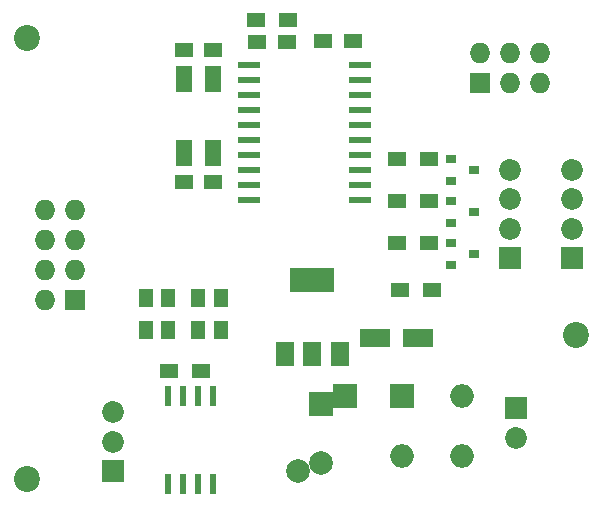
<source format=gbr>
G04 #@! TF.GenerationSoftware,KiCad,Pcbnew,(5.0.0)*
G04 #@! TF.CreationDate,2018-08-24T12:12:44+02:00*
G04 #@! TF.ProjectId,dmx_rgb,646D785F7267622E6B696361645F7063,rev?*
G04 #@! TF.SameCoordinates,Original*
G04 #@! TF.FileFunction,Soldermask,Top*
G04 #@! TF.FilePolarity,Negative*
%FSLAX46Y46*%
G04 Gerber Fmt 4.6, Leading zero omitted, Abs format (unit mm)*
G04 Created by KiCad (PCBNEW (5.0.0)) date 08/24/18 12:12:44*
%MOMM*%
%LPD*%
G01*
G04 APERTURE LIST*
%ADD10R,2.000000X2.000000*%
%ADD11C,2.000000*%
%ADD12O,2.000000X2.000000*%
%ADD13R,1.850000X1.850000*%
%ADD14C,1.850000*%
%ADD15R,1.727200X1.727200*%
%ADD16O,1.727200X1.727200*%
%ADD17R,0.900000X0.800000*%
%ADD18R,1.950000X0.600000*%
%ADD19R,0.550000X1.750000*%
%ADD20R,1.500000X1.250000*%
%ADD21R,1.300000X1.500000*%
%ADD22R,1.500000X1.300000*%
%ADD23R,2.600000X1.600000*%
%ADD24R,3.800000X2.000000*%
%ADD25R,1.500000X2.000000*%
%ADD26R,1.400000X2.200000*%
%ADD27C,2.200000*%
G04 APERTURE END LIST*
D10*
G04 #@! TO.C,C5*
X148844000Y-50292000D03*
D11*
X148844000Y-55292000D03*
D10*
X150844000Y-49619856D03*
D11*
X146844000Y-55964144D03*
G04 #@! TD*
D12*
G04 #@! TO.C,D1*
X160782000Y-49657000D03*
X155702000Y-54737000D03*
X160782000Y-54737000D03*
D10*
X155702000Y-49657000D03*
G04 #@! TD*
D13*
G04 #@! TO.C,J1*
X165354000Y-50673000D03*
D14*
X165354000Y-53173000D03*
G04 #@! TD*
D15*
G04 #@! TO.C,J2*
X128016000Y-41529000D03*
D16*
X125476000Y-41529000D03*
X128016000Y-38989000D03*
X125476000Y-38989000D03*
X128016000Y-36449000D03*
X125476000Y-36449000D03*
X128016000Y-33909000D03*
X125476000Y-33909000D03*
G04 #@! TD*
D15*
G04 #@! TO.C,J3*
X162306000Y-23114000D03*
D16*
X162306000Y-20574000D03*
X164846000Y-23114000D03*
X164846000Y-20574000D03*
X167386000Y-23114000D03*
X167386000Y-20574000D03*
G04 #@! TD*
D13*
G04 #@! TO.C,J4*
X131191000Y-56007000D03*
D14*
X131191000Y-53507000D03*
X131191000Y-51007000D03*
G04 #@! TD*
D13*
G04 #@! TO.C,J5*
X164846000Y-37973000D03*
D14*
X164846000Y-35473000D03*
X164846000Y-32973000D03*
X164846000Y-30473000D03*
G04 #@! TD*
D13*
G04 #@! TO.C,J6*
X170053000Y-37973000D03*
D14*
X170053000Y-35473000D03*
X170053000Y-32973000D03*
X170053000Y-30473000D03*
G04 #@! TD*
D17*
G04 #@! TO.C,Q1*
X159782000Y-36642000D03*
X159782000Y-38542000D03*
X161782000Y-37592000D03*
G04 #@! TD*
G04 #@! TO.C,Q2*
X159782000Y-33086000D03*
X159782000Y-34986000D03*
X161782000Y-34036000D03*
G04 #@! TD*
G04 #@! TO.C,Q3*
X159782000Y-29530000D03*
X159782000Y-31430000D03*
X161782000Y-30480000D03*
G04 #@! TD*
D18*
G04 #@! TO.C,U1*
X142747000Y-21590000D03*
X142747000Y-22860000D03*
X142747000Y-24130000D03*
X142747000Y-25400000D03*
X142747000Y-26670000D03*
X142747000Y-27940000D03*
X142747000Y-29210000D03*
X142747000Y-30480000D03*
X142747000Y-31750000D03*
X142747000Y-33020000D03*
X152147000Y-33020000D03*
X152147000Y-31750000D03*
X152147000Y-30480000D03*
X152147000Y-29210000D03*
X152147000Y-27940000D03*
X152147000Y-26670000D03*
X152147000Y-25400000D03*
X152147000Y-24130000D03*
X152147000Y-22860000D03*
X152147000Y-21590000D03*
G04 #@! TD*
D19*
G04 #@! TO.C,U3*
X135890000Y-57040000D03*
X137160000Y-57040000D03*
X138430000Y-57040000D03*
X139700000Y-57040000D03*
X139700000Y-49640000D03*
X138430000Y-49640000D03*
X137160000Y-49640000D03*
X135890000Y-49640000D03*
G04 #@! TD*
D20*
G04 #@! TO.C,C1*
X137180000Y-20320000D03*
X139680000Y-20320000D03*
G04 #@! TD*
G04 #@! TO.C,C2*
X139700000Y-31496000D03*
X137200000Y-31496000D03*
G04 #@! TD*
G04 #@! TO.C,C3*
X143403000Y-19685000D03*
X145903000Y-19685000D03*
G04 #@! TD*
G04 #@! TO.C,C4*
X151491000Y-19558000D03*
X148991000Y-19558000D03*
G04 #@! TD*
D21*
G04 #@! TO.C,R1*
X138430000Y-41322000D03*
X138430000Y-44022000D03*
G04 #@! TD*
G04 #@! TO.C,R2*
X135890000Y-41322000D03*
X135890000Y-44022000D03*
G04 #@! TD*
D22*
G04 #@! TO.C,R3*
X146003000Y-17780000D03*
X143303000Y-17780000D03*
G04 #@! TD*
D21*
G04 #@! TO.C,R4*
X133985000Y-44022000D03*
X133985000Y-41322000D03*
G04 #@! TD*
G04 #@! TO.C,R5*
X140335000Y-44022000D03*
X140335000Y-41322000D03*
G04 #@! TD*
D22*
G04 #@! TO.C,R6*
X155241000Y-36703000D03*
X157941000Y-36703000D03*
G04 #@! TD*
G04 #@! TO.C,C7*
X155495000Y-40640000D03*
X158195000Y-40640000D03*
G04 #@! TD*
G04 #@! TO.C,C8*
X135937000Y-47498000D03*
X138637000Y-47498000D03*
G04 #@! TD*
G04 #@! TO.C,R7*
X155241000Y-33147000D03*
X157941000Y-33147000D03*
G04 #@! TD*
G04 #@! TO.C,R8*
X155241000Y-29591000D03*
X157941000Y-29591000D03*
G04 #@! TD*
D23*
G04 #@! TO.C,C6*
X153394000Y-44704000D03*
X156994000Y-44704000D03*
G04 #@! TD*
D24*
G04 #@! TO.C,U2*
X148082000Y-39776000D03*
D25*
X148082000Y-46076000D03*
X150382000Y-46076000D03*
X145782000Y-46076000D03*
G04 #@! TD*
D26*
G04 #@! TO.C,Y1*
X137180000Y-22758000D03*
X137180000Y-29058000D03*
X139680000Y-29058000D03*
X139680000Y-22758000D03*
G04 #@! TD*
D27*
G04 #@! TO.C,MH1*
X123952000Y-19304000D03*
G04 #@! TD*
G04 #@! TO.C,MH2*
X123952000Y-56642000D03*
G04 #@! TD*
G04 #@! TO.C,MH3*
X170434000Y-44450000D03*
G04 #@! TD*
M02*

</source>
